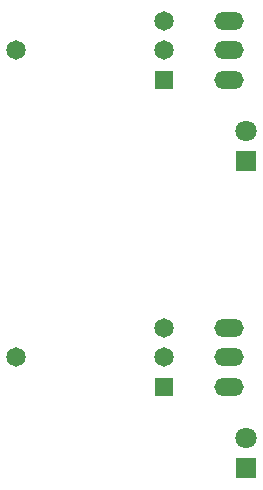
<source format=gbr>
G04 #@! TF.GenerationSoftware,KiCad,Pcbnew,(5.1.5)-3*
G04 #@! TF.CreationDate,2020-03-11T14:26:34+09:00*
G04 #@! TF.ProjectId,potentio,706f7465-6e74-4696-9f2e-6b696361645f,rev?*
G04 #@! TF.SameCoordinates,Original*
G04 #@! TF.FileFunction,Copper,L1,Top*
G04 #@! TF.FilePolarity,Positive*
%FSLAX46Y46*%
G04 Gerber Fmt 4.6, Leading zero omitted, Abs format (unit mm)*
G04 Created by KiCad (PCBNEW (5.1.5)-3) date 2020-03-11 14:26:34*
%MOMM*%
%LPD*%
G04 APERTURE LIST*
%ADD10C,1.650000*%
%ADD11R,1.650000X1.650000*%
%ADD12O,2.500000X1.500000*%
%ADD13C,1.800000*%
%ADD14R,1.800000X1.800000*%
G04 APERTURE END LIST*
D10*
X110000000Y-123000000D03*
X122500000Y-120500000D03*
X122500000Y-123000000D03*
D11*
X122500000Y-125500000D03*
D12*
X128000000Y-120500000D03*
X128000000Y-123000000D03*
X128000000Y-125500000D03*
D13*
X129500000Y-129800000D03*
D14*
X129500000Y-132340000D03*
X129500000Y-106340000D03*
D13*
X129500000Y-103800000D03*
D12*
X128000000Y-99500000D03*
X128000000Y-97000000D03*
X128000000Y-94500000D03*
D11*
X122500000Y-99500000D03*
D10*
X122500000Y-97000000D03*
X122500000Y-94500000D03*
X110000000Y-97000000D03*
M02*

</source>
